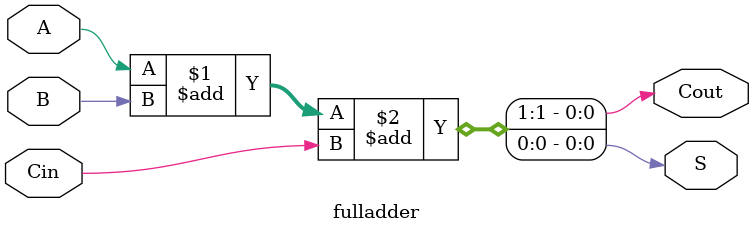
<source format=sv>
module fulladder (input logic A, B, Cin, output logic S, Cout);

assign {Cout,S} = A + B + Cin;

endmodule

</source>
